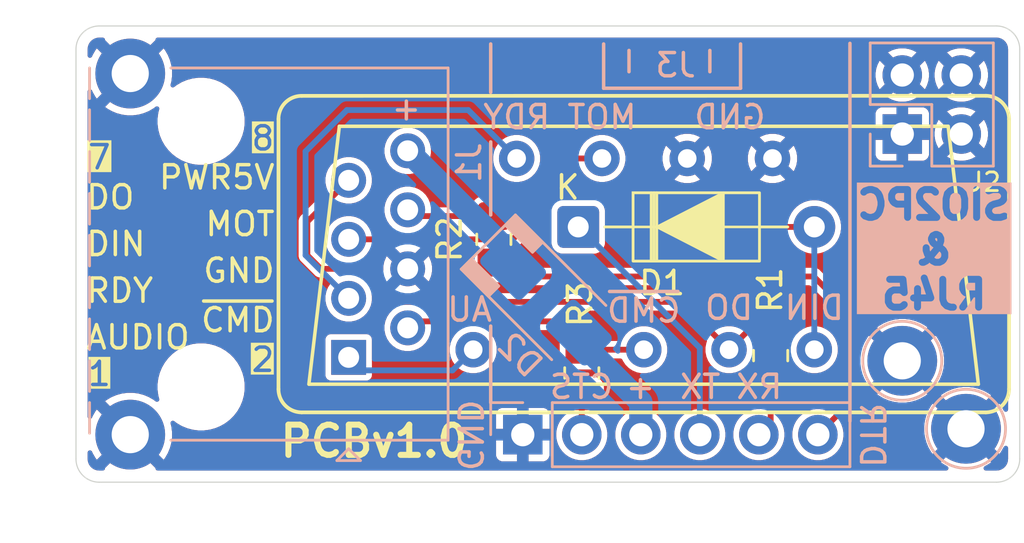
<source format=kicad_pcb>
(kicad_pcb (version 20241229) (generator "pcbnew") (generator_version "9.0")
  (title_block (date "2025-04-30") (rev "v1.0"))
  (layers (0 "F.Cu" signal) (2 "B.Cu" signal) (13 "F.Paste" user) (15 "B.Paste" user) (5 "F.SilkS" user "F.Silkscreen") (7 "B.SilkS" user "B.Silkscreen") (1 "F.Mask" user) (3 "B.Mask" user) (25 "Edge.Cuts" user))
  (net 0 "")
  (net 1 "VDD")
  (net 2 "/RDY")
  (net 3 "/MOT")
  (net 4 "/~{CMD}")
  (net 5 "/ATRDOUT")
  (net 6 "/AUDIO")
  (net 7 "/DIN")
  (net 8 "GNDD")
  (net 9 "Net-(D1-K)")
  (net 10 "Net-(J3-Pin_5)")
  (net 11 "Net-(J3-Pin_6)")
  (net 12 "Net-(J3-Pin_2)")
  (net 13 "/VUSB")
  (footprint "Atari:SIO_vertical_used_only" (layer "F.Cu") (at 146.05 66.04 180)
    (property "Reference" "J2" (at -14.6812 3.0988 0) (layer "F.SilkS") (effects (font (size 0.8 0.8) (thickness 0.12))))
    (property "Value" "AtariSIO_used_only" (hide yes))
    (fp_line (start 15.72 -5.812) (end 15.72 5.812) (stroke (width 0.16)) (layer "F.SilkS"))
    (fp_line (start 14.721 6.809) (end -14.72 6.812) (stroke (width 0.16)) (layer "F.SilkS"))
    (fp_line (start 14.4 -5.6) (end -14.4 -5.6) (stroke (width 0.15)) (layer "F.SilkS"))
    (fp_line (start 13.1 5.5) (end 14.411818 -5.599998) (stroke (width 0.15)) (layer "F.SilkS"))
    (fp_line (start -13.1 5.5) (end 13.1 5.5) (stroke (width 0.15)) (layer "F.SilkS"))
    (fp_line (start -14.4 -5.6) (end -13.1 5.5) (stroke (width 0.15)) (layer "F.SilkS"))
    (fp_line (start -14.72 -6.812) (end 14.72 -6.812) (stroke (width 0.16)) (layer "F.SilkS"))
    (fp_line (start -15.72 5.812) (end -15.72 -5.812) (stroke (width 0.16)) (layer "F.SilkS"))
    (fp_arc (start 15.720002 5.81226) (mid 15.427187 6.517785) (end 14.721 6.809) (stroke (width 0.16)) (layer "F.SilkS"))
    (fp_arc (start 14.719747 -6.812) (mid 15.426725 -6.518904) (end 15.72 -5.812) (stroke (width 0.16)) (layer "F.SilkS"))
    (fp_arc (start -14.721002 6.811997) (mid -15.426586 6.517877) (end -15.72 5.812) (stroke (width 0.16)) (layer "F.SilkS"))
    (fp_arc (start -15.719997 -5.812524) (mid -15.425466 -6.517836) (end -14.72 -6.812) (stroke (width 0.16)) (layer "F.SilkS"))
    (pad "3" thru_hole circle (at -7.34 -4.115 180) (size 1.524 1.524) (drill 0.8) (layers "*.Cu" "*.Mask") (net 7 "/DIN"))
    (pad "4" thru_hole circle (at -5.54 4.115 180) (size 1.524 1.524) (drill 0.8) (layers "*.Cu" "*.Mask") (net 8 "GNDD"))
    (pad "5" thru_hole circle (at -3.67 -4.115 180) (size 1.524 1.524) (drill 0.8) (layers "*.Cu" "*.Mask") (net 5 "/ATRDOUT"))
    (pad "6" thru_hole circle (at -1.87 4.115 180) (size 1.524 1.524) (drill 0.8) (layers "*.Cu" "*.Mask") (net 8 "GNDD"))
    (pad "7" thru_hole circle (at 0 -4.115 180) (size 1.524 1.524) (drill 0.8) (layers "*.Cu" "*.Mask") (net 4 "/~{CMD}"))
    (pad "8" thru_hole circle (at 1.8 4.115 180) (size 1.524 1.524) (drill 0.8) (layers "*.Cu" "*.Mask") (net 3 "/MOT"))
    (pad "10" thru_hole circle (at 5.47 4.115 180) (size 1.524 1.524) (drill 0.8) (layers "*.Cu" "*.Mask") (net 2 "/RDY"))
    (pad "11" thru_hole circle (at 7.34 -4.115 180) (size 1.524 1.524) (drill 0.8) (layers "*.Cu" "*.Mask") (net 6 "/AUDIO"))
  )
  (footprint "Resistor_SMD:R_0805_2012Metric_Pad1.20x1.40mm_HandSolder" (layer "F.Cu") (at 143.383 71.155 -90)
    (property "Reference" "R3" (at -2.956 0.0762 90) (layer "F.SilkS"))
    (property "Value" "1k")
    (fp_line (start -0.227064 0.735) (end 0.227064 0.735) (stroke (width 0.12)) (layer "F.SilkS"))
    (fp_line (start -0.227064 -0.735) (end 0.227064 -0.735) (stroke (width 0.12)) (layer "F.SilkS"))
    (pad "1" smd roundrect (at -1 0 270) (size 1.2 1.4) (layers "F.Cu" "F.Mask" "F.Paste") (roundrect_rratio 0.208333) (net 4 "/~{CMD}"))
    (pad "2" smd roundrect (at 1 0 270) (size 1.2 1.4) (layers "F.Cu" "F.Mask" "F.Paste") (roundrect_rratio 0.208333) (net 12 "Net-(J3-Pin_2)"))
  )
  (footprint "Resistor_SMD:R_0805_2012Metric_Pad1.20x1.40mm_HandSolder" (layer "F.Cu") (at 139.5984 65.405 -90)
    (property "Reference" "R2" (at 0 1.905 90) (layer "F.SilkS"))
    (property "Value" "1k")
    (fp_line (start -0.227064 0.735) (end 0.227064 0.735) (stroke (width 0.12)) (layer "F.SilkS"))
    (fp_line (start -0.227064 -0.735) (end 0.227064 -0.735) (stroke (width 0.12)) (layer "F.SilkS"))
    (pad "1" smd roundrect (at -1 0 270) (size 1.2 1.4) (layers "F.Cu" "F.Mask" "F.Paste") (roundrect_rratio 0.208333) (net 3 "/MOT"))
    (pad "2" smd roundrect (at 1 0 270) (size 1.2 1.4) (layers "F.Cu" "F.Mask" "F.Paste") (roundrect_rratio 0.208333) (net 11 "Net-(J3-Pin_6)"))
  )
  (footprint "Diode_THT:D_A-405_P10.16mm_Horizontal" (layer "F.Cu") (at 143.23 64.8716)
    (property "Reference" "D1" (at 3.6074 2.413 0) (layer "F.SilkS"))
    (property "Value" "D_Schottky")
    (fp_line (start 1.14 0) (end 2.36 0) (stroke (width 0.12)) (layer "F.SilkS"))
    (fp_line (start 3.14 -1.47) (end 3.14 1.47) (stroke (width 0.12)) (layer "F.SilkS"))
    (fp_line (start 3.26 -1.47) (end 3.26 1.47) (stroke (width 0.12)) (layer "F.SilkS"))
    (fp_line (start 3.38 -1.47) (end 3.38 1.47) (stroke (width 0.12)) (layer "F.SilkS"))
    (fp_line (start 9.02 0) (end 7.8 0) (stroke (width 0.12)) (layer "F.SilkS"))
    (fp_rect (start 2.36 -1.47) (end 7.8 1.47) (stroke (width 0.12)) (fill no) (layer "F.SilkS"))
    (fp_text user "K" (at -0.4566 -1.7018 0) (layer "F.SilkS"))
    (pad "1" thru_hole roundrect (at 0 0) (size 1.8 1.8) (drill 0.9) (layers "*.Cu" "*.Mask") (roundrect_rratio 0.138889) (net 9 "Net-(D1-K)"))
    (pad "2" thru_hole circle (at 10.16 0) (size 1.8 1.8) (drill 0.9) (layers "*.Cu" "*.Mask") (net 7 "/DIN"))
  )
  (footprint "Resistor_SMD:R_0805_2012Metric_Pad1.20x1.40mm_HandSolder" (layer "F.Cu") (at 151.511 70.4088 -90)
    (property "Reference" "R1" (at -2.8194 0.0254 90) (layer "F.SilkS"))
    (property "Value" "1k")
    (fp_line (start -0.227064 0.735) (end 0.227064 0.735) (stroke (width 0.12)) (layer "F.SilkS"))
    (fp_line (start -0.227064 -0.735) (end 0.227064 -0.735) (stroke (width 0.12)) (layer "F.SilkS"))
    (pad "1" smd roundrect (at -1 0 270) (size 1.2 1.4) (layers "F.Cu" "F.Mask" "F.Paste") (roundrect_rratio 0.208333) (net 5 "/ATRDOUT"))
    (pad "2" smd roundrect (at 1 0 270) (size 1.2 1.4) (layers "F.Cu" "F.Mask" "F.Paste") (roundrect_rratio 0.208333) (net 10 "Net-(J3-Pin_5)"))
  )
  (footprint "Connector_RJ:RJ45_Ninigi_GE" (layer "B.Cu") (at 133.35 70.485 90)
    (property "Reference" "J1" (at 8.382 5.1816 90) (layer "B.SilkS") (effects (justify mirror)))
    (property "Value" "RJ45_Shielded")
    (fp_line (start 12.455 -11.15) (end -3.565 -11.15) (stroke (width 0.12) (type dash)) (layer "B.SilkS"))
    (fp_line (start -4.441 -0.508) (end -3.933 0) (stroke (width 0.12)) (layer "B.SilkS"))
    (fp_line (start -3.933 0) (end -4.441 0.508) (stroke (width 0.12)) (layer "B.SilkS"))
    (fp_line (start -4.441 0.508) (end -4.441 -0.508) (stroke (width 0.12)) (layer "B.SilkS"))
    (fp_line (start 12.455 4.28) (end 12.455 -7.65) (stroke (width 0.12)) (layer "B.SilkS"))
    (fp_line (start 12.455 4.28) (end -3.565 4.28) (stroke (width 0.12)) (layer "B.SilkS"))
    (fp_line (start -3.565 4.28) (end -3.565 -7.65) (stroke (width 0.12)) (layer "B.SilkS"))
    (pad "" np_thru_hole circle (at -1.27 -6.35 90) (size 3.25 3.25) (drill 3.25) (layers "*.Cu" "*.Mask"))
    (pad "" np_thru_hole circle (at 10.16 -6.35 270) (size 3.25 3.25) (drill 3.25) (layers "*.Cu" "*.Mask"))
    (pad "1" thru_hole rect (at 0 0 270) (size 1.5 1.5) (drill 0.9) (layers "*.Cu" "*.Mask") (net 6 "/AUDIO"))
    (pad "2" thru_hole circle (at 1.27 2.54 270) (size 1.5 1.5) (drill 0.9) (layers "*.Cu" "*.Mask") (net 4 "/~{CMD}"))
    (pad "3" thru_hole circle (at 2.54 0 270) (size 1.5 1.5) (drill 0.9) (layers "*.Cu" "*.Mask") (net 2 "/RDY"))
    (pad "4" thru_hole circle (at 3.81 2.54 270) (size 1.5 1.5) (drill 0.9) (layers "*.Cu" "*.Mask") (net 8 "GNDD"))
    (pad "5" thru_hole circle (at 5.08 0 270) (size 1.5 1.5) (drill 0.9) (layers "*.Cu" "*.Mask") (net 7 "/DIN"))
    (pad "6" thru_hole circle (at 6.35 2.54 270) (size 1.5 1.5) (drill 0.9) (layers "*.Cu" "*.Mask") (net 3 "/MOT"))
    (pad "7" thru_hole circle (at 7.62 0 270) (size 1.5 1.5) (drill 0.9) (layers "*.Cu" "*.Mask") (net 5 "/ATRDOUT"))
    (pad "8" thru_hole circle (at 8.89 2.54 270) (size 1.5 1.5) (drill 0.9) (layers "*.Cu" "*.Mask") (net 1 "VDD"))
    (pad "SH" thru_hole circle (at -3.325 -9.4 90) (size 3 3) (drill 1.6) (layers "*.Cu" "*.Mask") (net 8 "GNDD"))
    (pad "SH" thru_hole circle (at 12.215 -9.4 270) (size 3 3) (drill 1.6) (layers "*.Cu" "*.Mask") (net 8 "GNDD"))
  )
  (footprint "Diode_SMD:D_SMA" (layer "B.Cu") (at 141.841786 68.003986 -45)
    (property "Reference" "D2" (at 0.886449 2.478551 135) (layer "B.SilkS") (effects (justify mirror)))
    (property "Value" "SS14")
    (fp_line (start -3.51 1.65) (end -3.51 -1.65) (stroke (width 0.12)) (layer "B.SilkS"))
    (fp_line (start -3.51 1.65) (end 2 1.65) (stroke (width 0.12)) (layer "B.SilkS"))
    (fp_line (start -3.51 -1.65) (end 2 -1.65) (stroke (width 0.12)) (layer "B.SilkS"))
    (pad "1" smd roundrect (at -2.000001 0 315) (size 2.5 1.8) (layers "B.Cu" "B.Mask" "B.Paste") (roundrect_rratio 0.1388888889) (net 1 "VDD"))
    (pad "2" smd roundrect (at 2.000001 0 315) (size 2.5 1.8) (layers "B.Cu" "B.Mask" "B.Paste") (roundrect_rratio 0.1388888889) (net 13 "/VUSB"))
  )
  (footprint "TestPoint:TestPoint_Loop_D2.60mm_Drill1.6mm_Beaded" (layer "B.Cu") (at 159.9184 73.5584)
    (property "Reference" "TP2" (hide yes))
    (property "Value" "GND")
    (fp_circle (center 0 0) (end 1.7 0) (stroke (width 0.12)) (fill no) (layer "B.SilkS"))
    (pad "1" thru_hole circle (at 0 0) (size 3 3) (drill 1.6) (layers "*.Cu" "*.Mask") (net 8 "GNDD"))
  )
  (footprint "Connector_PinHeader_2.54mm:PinHeader_1x06_P2.54mm_Vertical" (layer "B.Cu") (at 140.843 73.8124 -90)
    (property "Reference" "J3" (at -15.9004 -6.5786 0) (layer "B.SilkS") (effects (justify mirror)))
    (property "Value" "Conn_01x06")
    (fp_line (start -1.38 1.38) (end 0 1.38) (stroke (width 0.12)) (layer "B.SilkS"))
    (fp_line (start -1.38 0) (end -1.38 1.38) (stroke (width 0.12)) (layer "B.SilkS"))
    (fp_line (start -1.38 -1.27) (end 1.38 -1.27) (stroke (width 0.12)) (layer "B.SilkS"))
    (fp_line (start -1.38 -1.27) (end -1.38 -14.08) (stroke (width 0.12)) (layer "B.SilkS"))
    (fp_line (start 1.38 -1.27) (end 1.38 -14.08) (stroke (width 0.12)) (layer "B.SilkS"))
    (fp_line (start -1.38 -14.08) (end 1.38 -14.08) (stroke (width 0.12)) (layer "B.SilkS"))
    (pad "1" thru_hole rect (at 0 0 270) (size 1.7 1.7) (drill 1) (layers "*.Cu" "*.Mask") (net 8 "GNDD"))
    (pad "2" thru_hole circle (at 0 -2.54 270) (size 1.7 1.7) (drill 1) (layers "*.Cu" "*.Mask") (net 12 "Net-(J3-Pin_2)"))
    (pad "3" thru_hole circle (at 0 -5.08 270) (size 1.7 1.7) (drill 1) (layers "*.Cu" "*.Mask") (net 13 "/VUSB"))
    (pad "4" thru_hole circle (at 0 -7.62 270) (size 1.7 1.7) (drill 1) (layers "*.Cu" "*.Mask") (net 9 "Net-(D1-K)"))
    (pad "5" thru_hole circle (at 0 -10.16 270) (size 1.7 1.7) (drill 1) (layers "*.Cu" "*.Mask") (net 10 "Net-(J3-Pin_5)"))
    (pad "6" thru_hole circle (at 0 -12.7 270) (size 1.7 1.7) (drill 1) (layers "*.Cu" "*.Mask") (net 11 "Net-(J3-Pin_6)"))
  )
  (footprint "TestPoint:TestPoint_Loop_D2.60mm_Drill1.6mm_Beaded" (layer "B.Cu") (at 157.1752 70.6328)
    (property "Reference" "TP1" (hide yes))
    (property "Value" "GND")
    (fp_circle (center 0 0) (end 1.7 0) (stroke (width 0.12)) (fill no) (layer "B.SilkS"))
    (pad "1" thru_hole circle (at 0 0) (size 3 3) (drill 1.6) (layers "*.Cu" "*.Mask") (net 8 "GNDD"))
  )
  (footprint "Connector_PinHeader_2.54mm:PinHeader_2x02_P2.54mm_Vertical" (layer "B.Cu") (at 157.1752 60.8736)
    (property "Reference" "J4" (hide yes))
    (property "Value" "GND")
    (fp_line (start -1.38 -3.92) (end 3.92 -3.92) (stroke (width 0.12)) (layer "B.SilkS"))
    (fp_line (start -1.38 -1.27) (end -1.38 -3.92) (stroke (width 0.12)) (layer "B.SilkS"))
    (fp_line (start -1.38 -1.27) (end 1.27 -1.27) (stroke (width 0.12)) (layer "B.SilkS"))
    (fp_line (start -1.38 0) (end -1.38 1.38) (stroke (width 0.12)) (layer "B.SilkS"))
    (fp_line (start -1.38 1.38) (end 0 1.38) (stroke (width 0.12)) (layer "B.SilkS"))
    (fp_line (start 1.27 -1.27) (end 1.27 1.38) (stroke (width 0.12)) (layer "B.SilkS"))
    (fp_line (start 1.27 1.38) (end 3.92 1.38) (stroke (width 0.12)) (layer "B.SilkS"))
    (fp_line (start 3.92 1.38) (end 3.92 -3.92) (stroke (width 0.12)) (layer "B.SilkS"))
    (pad "1" thru_hole rect (at 0 0) (size 1.7 1.7) (drill 1) (layers "*.Cu" "*.Mask") (net 8 "GNDD"))
    (pad "2" thru_hole circle (at 2.54 0) (size 1.7 1.7) (drill 1) (layers "*.Cu" "*.Mask") (net 8 "GNDD"))
    (pad "3" thru_hole circle (at 0 -2.54) (size 1.7 1.7) (drill 1) (layers "*.Cu" "*.Mask") (net 8 "GNDD"))
    (pad "4" thru_hole circle (at 2.54 -2.54) (size 1.7 1.7) (drill 1) (layers "*.Cu" "*.Mask") (net 8 "GNDD"))
  )
  (gr_poly (pts (xy 149.479 63.3984) (xy 149.479 66.3448) (xy 146.611199 64.8716)) (stroke (width 0.11)) (fill yes) (layer "F.SilkS"))
  (gr_line (start 151.03 64.8716) (end 149.479 64.8716) (stroke (width 0.11)) (layer "F.SilkS"))
  (gr_line (start 145.59 64.8716) (end 146.6088 64.8716) (stroke (width 0.11)) (layer "F.SilkS"))
  (gr_poly (pts (xy 141.2621 65.9765) (xy 141.703252 65.535348) (xy 140.547552 64.379648) (xy 140.1064 64.8208)) (stroke (width 0.1)) (fill yes) (layer "B.SilkS"))
  (gr_poly (pts (xy 139.3698 67.8688) (xy 139.823652 67.414948) (xy 138.655252 66.246548) (xy 138.2014 66.7004)) (stroke (width 0.1)) (fill yes) (layer "B.SilkS"))
  (gr_line (start 154.923 73.2282) (end 154.923 56.9722) (stroke (width 0.15)) (layer "B.SilkS"))
  (gr_line (start 139.463 72.4324) (end 139.463 69.1388) (stroke (width 0.15)) (layer "B.SilkS"))
  (gr_line (start 148.8948 57.277) (end 148.8948 58.1914) (stroke (width 0.15)) (layer "B.SilkS"))
  (gr_line (start 144.3228 58.9026) (end 144.3228 56.9976) (stroke (width 0.15)) (layer "B.SilkS"))
  (gr_line (start 139.463 56.9976) (end 139.463 59.0804) (stroke (width 0.15)) (layer "B.SilkS"))
  (gr_line (start 139.463 64.355315) (end 139.463 61.214) (stroke (width 0.15)) (layer "B.SilkS"))
  (gr_line (start 150.2156 58.9026) (end 144.3228 58.9026) (stroke (width 0.15)) (layer "B.SilkS"))
  (gr_line (start 150.2156 56.9976) (end 150.2156 58.9026) (stroke (width 0.15)) (layer "B.SilkS"))
  (gr_line (start 145.415 57.277) (end 145.415 58.1914) (stroke (width 0.15)) (layer "B.SilkS"))
  (gr_arc (start 122.6152 75.8571) (mid 121.908093 75.564207) (end 121.6152 74.8571) (stroke (width 0.05)) (layer "Edge.Cuts"))
  (gr_line (start 161.2298 75.8571) (end 122.6152 75.8571) (stroke (width 0.05)) (layer "Edge.Cuts"))
  (gr_arc (start 162.2298 74.8571) (mid 161.936907 75.564207) (end 161.2298 75.8571) (stroke (width 0.05)) (layer "Edge.Cuts"))
  (gr_arc (start 121.6152 57.2229) (mid 121.908093 56.515793) (end 122.6152 56.2229) (stroke (width 0.05)) (layer "Edge.Cuts"))
  (gr_arc (start 161.2298 56.2229) (mid 161.936907 56.515793) (end 162.2298 57.2229) (stroke (width 0.05)) (layer "Edge.Cuts"))
  (gr_line (start 122.6152 56.2229) (end 161.2298 56.2229) (stroke (width 0.05)) (layer "Edge.Cuts"))
  (gr_line (start 162.2298 57.2229) (end 162.2298 74.8571) (stroke (width 0.05)) (layer "Edge.Cuts"))
  (gr_line (start 121.6152 74.8571) (end 121.6152 57.2229) (stroke (width 0.05)) (layer "Edge.Cuts"))
  (gr_text "GND" (at 130.2512 67.339511 0) (layer "F.SilkS") (effects (font (size 1 1)) (justify right bottom)))
  (gr_text "2" (at 129.0828 71.1708 0) (layer "F.SilkS" knockout) (effects (font (size 1 1)) (justify left bottom)))
  (gr_text "MOT" (at 130.2512 65.330856 0) (layer "F.SilkS") (effects (font (size 1 1)) (justify right bottom)))
  (gr_text "1" (at 122.047 71.7804 0) (layer "F.SilkS" knockout) (effects (font (size 1 1)) (justify left bottom)))
  (gr_text "RDY" (at 121.9708 68.199 0) (layer "F.SilkS") (effects (font (size 1 1)) (justify left bottom)))
  (gr_text "DIN" (at 121.9708 66.190345 0) (layer "F.SilkS") (effects (font (size 1 1)) (justify left bottom)))
  (gr_text "PWR5V" (at 130.2512 63.3222 0) (layer "F.SilkS") (effects (font (size 1 1)) (justify right bottom)))
  (gr_text "AUDIO" (at 121.9708 70.207656 0) (layer "F.SilkS") (effects (font (size 1 1)) (justify left bottom)))
  (gr_text "DO" (at 121.9708 64.181689 0) (layer "F.SilkS") (effects (font (size 1 1)) (justify left bottom)))
  (gr_text "7" (at 122.047 62.4586 0) (layer "F.SilkS" knockout) (effects (font (size 1 1)) (justify left bottom)))
  (gr_text "~{CMD}" (at 130.2512 69.469 0) (layer "F.SilkS") (effects (font (size 1 1)) (justify right bottom)))
  (gr_text "PCB${REVISION}" (at 130.2766 74.8538 0) (layer "F.SilkS") (effects (font (size 1.3 1.3) (thickness 0.26) (bold yes)) (justify left bottom)))
  (gr_text "8" (at 129.0828 61.6458 0) (layer "F.SilkS" knockout) (effects (font (size 1 1)) (justify left bottom)))
  (gr_text "+" (at 136.5504 60.3504 0) (layer "B.SilkS") (effects (font (size 1 1)) (justify left bottom mirror)))
  (gr_text "DIN" (at 153.39 68.9356 0) (layer "B.SilkS") (effects (font (size 1 1)) (justify bottom mirror)))
  (gr_text "GND" (at 149.7584 60.7314 0) (layer "B.SilkS") (effects (font (size 1 1)) (justify bottom mirror)))
  (gr_text "RX" (at 152.0952 72.3392 0) (layer "B.SilkS") (effects (font (size 1 1)) (justify left bottom mirror)))
  (gr_text "GND" (at 138.557 75.46121 270) (layer "B.SilkS") (effects (font (size 1 1)) (justify left mirror)))
  (gr_text "DO" (at 149.72 68.9356 0) (layer "B.SilkS") (effects (font (size 1 1)) (justify bottom mirror)))
  (gr_text "MOT" (at 144.25 60.7314 0) (layer "B.SilkS") (effects (font (size 1 1)) (justify bottom mirror)))
  (gr_text "SIO2PC\n&\nRJ45" (at 158.5468 63.2206 0) (layer "B.SilkS" knockout) (effects (font (size 1.2 1.2) (thickness 0.3) (bold yes)) (justify top mirror)))
  (gr_text "CTS" (at 143.374009 72.3392 0) (layer "B.SilkS") (effects (font (size 1 1)) (justify bottom mirror)))
  (gr_text "~{CMD}" (at 146.05 69.056433 0) (layer "B.SilkS") (effects (font (size 1 1)) (justify bottom mirror)))
  (gr_text "AU" (at 138.557 69.0118 0) (layer "B.SilkS") (effects (font (size 1 1)) (justify bottom mirror)))
  (gr_text "RDY" (at 140.58 60.7314 0) (layer "B.SilkS") (effects (font (size 1 1)) (justify bottom mirror)))
  (gr_text "DTR" (at 155.8798 75.318353 270) (layer "B.SilkS") (effects (font (size 1 1)) (justify left mirror)))
  (gr_text "TX" (at 149.436152 72.3392 0) (layer "B.SilkS") (effects (font (size 1 1)) (justify left bottom mirror)))
  (gr_text "+" (at 146.625209 72.3392 0) (layer "B.SilkS") (effects (font (size 1 1)) (justify left bottom mirror)))
  (segment (start 140.427572 66.589772) (end 140.427572 66.132572) (width 1) (layer "B.Cu") (net 1))
  (segment (start 140.427572 66.132572) (end 135.89 61.595) (width 1) (layer "B.Cu") (net 1))
  (segment (start 131.4958 61.6204) (end 133.2738 59.8424) (width 0.25) (layer "B.Cu") (net 2))
  (segment (start 138.4974 59.8424) (end 140.58 61.925) (width 0.25) (layer "B.Cu") (net 2))
  (segment (start 131.4958 66.0908) (end 131.4958 61.6204) (width 0.25) (layer "B.Cu") (net 2))
  (segment (start 133.2738 59.8424) (end 138.4974 59.8424) (width 0.25) (layer "B.Cu") (net 2))
  (segment (start 133.35 67.945) (end 131.4958 66.0908) (width 0.25) (layer "B.Cu") (net 2))
  (segment (start 135.89 64.135) (end 136.16 64.405) (width 0.25) (layer "F.Cu") (net 3))
  (segment (start 136.16 64.405) (end 140.5476 64.405) (width 0.25) (layer "F.Cu") (net 3))
  (segment (start 143.0276 61.925) (end 144.25 61.925) (width 0.25) (layer "F.Cu") (net 3))
  (segment (start 140.5476 64.405) (end 143.0276 61.925) (width 0.25) (layer "F.Cu") (net 3))
  (segment (start 135.89 69.215) (end 136.1694 68.9356) (width 0.25) (layer "F.Cu") (net 4))
  (segment (start 143.383 70.155) (end 146.05 70.155) (width 0.25) (layer "F.Cu") (net 4))
  (segment (start 136.1694 68.9356) (end 142.1636 68.9356) (width 0.25) (layer "F.Cu") (net 4))
  (segment (start 142.1636 68.9356) (end 143.383 70.155) (width 0.25) (layer "F.Cu") (net 4))
  (segment (start 131.572 64.643) (end 131.572 66.0908) (width 0.25) (layer "F.Cu") (net 5))
  (segment (start 131.572 66.0908) (end 132.1562 66.675) (width 0.25) (layer "F.Cu") (net 5))
  (segment (start 150.4662 69.4088) (end 149.72 70.155) (width 0.25) (layer "F.Cu") (net 5))
  (segment (start 147.6624 68.0974) (end 149.72 70.155) (width 0.25) (layer "F.Cu") (net 5))
  (segment (start 133.35 62.865) (end 131.572 64.643) (width 0.25) (layer "F.Cu") (net 5))
  (segment (start 134.0104 66.675) (end 135.4328 68.0974) (width 0.25) (layer "F.Cu") (net 5))
  (segment (start 132.1562 66.675) (end 134.0104 66.675) (width 0.25) (layer "F.Cu") (net 5))
  (segment (start 151.511 69.4088) (end 150.4662 69.4088) (width 0.25) (layer "F.Cu") (net 5))
  (segment (start 135.4328 68.0974) (end 147.6624 68.0974) (width 0.25) (layer "F.Cu") (net 5))
  (segment (start 133.9088 71.0438) (end 137.8212 71.0438) (width 0.25) (layer "B.Cu") (net 6))
  (segment (start 137.8212 71.0438) (end 138.71 70.155) (width 0.25) (layer "B.Cu") (net 6))
  (segment (start 133.35 70.485) (end 133.9088 71.0438) (width 0.25) (layer "B.Cu") (net 6))
  (segment (start 133.35 65.405) (end 140.4112 65.405) (width 0.25) (layer "F.Cu") (net 7))
  (segment (start 147.0406 64.8716) (end 153.39 64.8716) (width 0.25) (layer "F.Cu") (net 7))
  (segment (start 140.4112 65.405) (end 142.2908 63.5254) (width 0.25) (layer "F.Cu") (net 7))
  (segment (start 145.6944 63.5254) (end 147.0406 64.8716) (width 0.25) (layer "F.Cu") (net 7))
  (segment (start 142.2908 63.5254) (end 145.6944 63.5254) (width 0.25) (layer "F.Cu") (net 7))
  (segment (start 153.39 64.8716) (end 153.39 70.155) (width 0.25) (layer "B.Cu") (net 7))
  (segment (start 143.256 64.8716) (end 148.463 70.0786) (width 0.25) (layer "B.Cu") (net 9))
  (segment (start 143.23 64.8716) (end 143.256 64.8716) (width 0.25) (layer "B.Cu") (net 9))
  (segment (start 148.463 70.0786) (end 148.463 73.8124) (width 0.25) (layer "B.Cu") (net 9))
  (segment (start 151.511 73.3044) (end 151.003 73.8124) (width 0.25) (layer "F.Cu") (net 10))
  (segment (start 151.511 71.4088) (end 151.511 73.3044) (width 0.25) (layer "F.Cu") (net 10))
  (segment (start 139.5984 66.135) (end 140.4686 67.0052) (width 0.25) (layer "F.Cu") (net 11))
  (segment (start 154.9908 72.3646) (end 153.543 73.8124) (width 0.25) (layer "F.Cu") (net 11))
  (segment (start 154.9908 68.6308) (end 154.9908 72.3646) (width 0.25) (layer "F.Cu") (net 11))
  (segment (start 140.4686 67.0052) (end 153.3652 67.0052) (width 0.25) (layer "F.Cu") (net 11))
  (segment (start 153.3652 67.0052) (end 154.9908 68.6308) (width 0.25) (layer "F.Cu") (net 11))
  (segment (start 143.383 72.155) (end 143.383 73.8124) (width 0.25) (layer "F.Cu") (net 12))
  (segment (start 143.256 69.7484) (end 143.256 69.4182) (width 1) (layer "B.Cu") (net 13))
  (segment (start 145.923 73.8124) (end 145.923 72.4154) (width 1) (layer "B.Cu") (net 13))
  (segment (start 145.923 72.4154) (end 143.256 69.7484) (width 1) (layer "B.Cu") (net 13))
  (zone (net 8) (net_name "GNDD") (layers "F.Cu" "B.Cu") (connect_pads (clearance 0.25)) (min_thickness 0.2) (fill yes (thermal_gap 0.3) (thermal_bridge_width 0.5))
    (polygon (pts (xy 121.5644 56.1594) (xy 162.433 56.18627) (xy 162.433 75.8952) (xy 121.5898 75.8952)))
  )
)
</source>
